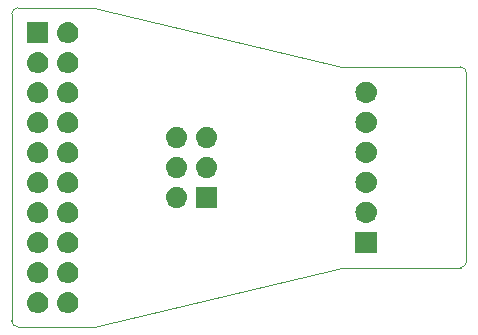
<source format=gbs>
G04 #@! TF.GenerationSoftware,KiCad,Pcbnew,5.1.0*
G04 #@! TF.CreationDate,2019-05-06T16:15:21+02:00*
G04 #@! TF.ProjectId,JlinkBreakout,4a6c696e-6b42-4726-9561-6b6f75742e6b,rev?*
G04 #@! TF.SameCoordinates,Original*
G04 #@! TF.FileFunction,Soldermask,Bot*
G04 #@! TF.FilePolarity,Negative*
%FSLAX46Y46*%
G04 Gerber Fmt 4.6, Leading zero omitted, Abs format (unit mm)*
G04 Created by KiCad (PCBNEW 5.1.0) date 2019-05-06 16:15:21*
%MOMM*%
%LPD*%
G04 APERTURE LIST*
%ADD10C,0.050000*%
%ADD11C,0.100000*%
G04 APERTURE END LIST*
D10*
X58500000Y-60000000D02*
G75*
G02X58000000Y-59500000I0J500000D01*
G01*
X58000000Y-33500000D02*
G75*
G02X58500000Y-33000000I500000J0D01*
G01*
X96000000Y-38000000D02*
G75*
G02X96500000Y-38500000I0J-500000D01*
G01*
X96500000Y-54500000D02*
G75*
G02X96000000Y-55000000I-500000J0D01*
G01*
X86000000Y-38000000D02*
X65000000Y-33000000D01*
X96000000Y-38000000D02*
X86000000Y-38000000D01*
X96500000Y-54500000D02*
X96500000Y-38500000D01*
X86000000Y-55000000D02*
X96000000Y-55000000D01*
X65000000Y-60000000D02*
X86000000Y-55000000D01*
X65000000Y-33000000D02*
X58500000Y-33000000D01*
X58500000Y-60000000D02*
X65000000Y-60000000D01*
X58000000Y-33500000D02*
X58000000Y-59500000D01*
D11*
G36*
X62850442Y-57065518D02*
G01*
X62916627Y-57072037D01*
X63086466Y-57123557D01*
X63242991Y-57207222D01*
X63278729Y-57236552D01*
X63380186Y-57319814D01*
X63463448Y-57421271D01*
X63492778Y-57457009D01*
X63576443Y-57613534D01*
X63627963Y-57783373D01*
X63645359Y-57960000D01*
X63627963Y-58136627D01*
X63576443Y-58306466D01*
X63492778Y-58462991D01*
X63463448Y-58498729D01*
X63380186Y-58600186D01*
X63278729Y-58683448D01*
X63242991Y-58712778D01*
X63086466Y-58796443D01*
X62916627Y-58847963D01*
X62850443Y-58854481D01*
X62784260Y-58861000D01*
X62695740Y-58861000D01*
X62629557Y-58854481D01*
X62563373Y-58847963D01*
X62393534Y-58796443D01*
X62237009Y-58712778D01*
X62201271Y-58683448D01*
X62099814Y-58600186D01*
X62016552Y-58498729D01*
X61987222Y-58462991D01*
X61903557Y-58306466D01*
X61852037Y-58136627D01*
X61834641Y-57960000D01*
X61852037Y-57783373D01*
X61903557Y-57613534D01*
X61987222Y-57457009D01*
X62016552Y-57421271D01*
X62099814Y-57319814D01*
X62201271Y-57236552D01*
X62237009Y-57207222D01*
X62393534Y-57123557D01*
X62563373Y-57072037D01*
X62629558Y-57065518D01*
X62695740Y-57059000D01*
X62784260Y-57059000D01*
X62850442Y-57065518D01*
X62850442Y-57065518D01*
G37*
G36*
X60310442Y-57065518D02*
G01*
X60376627Y-57072037D01*
X60546466Y-57123557D01*
X60702991Y-57207222D01*
X60738729Y-57236552D01*
X60840186Y-57319814D01*
X60923448Y-57421271D01*
X60952778Y-57457009D01*
X61036443Y-57613534D01*
X61087963Y-57783373D01*
X61105359Y-57960000D01*
X61087963Y-58136627D01*
X61036443Y-58306466D01*
X60952778Y-58462991D01*
X60923448Y-58498729D01*
X60840186Y-58600186D01*
X60738729Y-58683448D01*
X60702991Y-58712778D01*
X60546466Y-58796443D01*
X60376627Y-58847963D01*
X60310443Y-58854481D01*
X60244260Y-58861000D01*
X60155740Y-58861000D01*
X60089557Y-58854481D01*
X60023373Y-58847963D01*
X59853534Y-58796443D01*
X59697009Y-58712778D01*
X59661271Y-58683448D01*
X59559814Y-58600186D01*
X59476552Y-58498729D01*
X59447222Y-58462991D01*
X59363557Y-58306466D01*
X59312037Y-58136627D01*
X59294641Y-57960000D01*
X59312037Y-57783373D01*
X59363557Y-57613534D01*
X59447222Y-57457009D01*
X59476552Y-57421271D01*
X59559814Y-57319814D01*
X59661271Y-57236552D01*
X59697009Y-57207222D01*
X59853534Y-57123557D01*
X60023373Y-57072037D01*
X60089558Y-57065518D01*
X60155740Y-57059000D01*
X60244260Y-57059000D01*
X60310442Y-57065518D01*
X60310442Y-57065518D01*
G37*
G36*
X62850443Y-54525519D02*
G01*
X62916627Y-54532037D01*
X63086466Y-54583557D01*
X63242991Y-54667222D01*
X63278729Y-54696552D01*
X63380186Y-54779814D01*
X63463448Y-54881271D01*
X63492778Y-54917009D01*
X63576443Y-55073534D01*
X63627963Y-55243373D01*
X63645359Y-55420000D01*
X63627963Y-55596627D01*
X63576443Y-55766466D01*
X63492778Y-55922991D01*
X63463448Y-55958729D01*
X63380186Y-56060186D01*
X63278729Y-56143448D01*
X63242991Y-56172778D01*
X63086466Y-56256443D01*
X62916627Y-56307963D01*
X62850442Y-56314482D01*
X62784260Y-56321000D01*
X62695740Y-56321000D01*
X62629558Y-56314482D01*
X62563373Y-56307963D01*
X62393534Y-56256443D01*
X62237009Y-56172778D01*
X62201271Y-56143448D01*
X62099814Y-56060186D01*
X62016552Y-55958729D01*
X61987222Y-55922991D01*
X61903557Y-55766466D01*
X61852037Y-55596627D01*
X61834641Y-55420000D01*
X61852037Y-55243373D01*
X61903557Y-55073534D01*
X61987222Y-54917009D01*
X62016552Y-54881271D01*
X62099814Y-54779814D01*
X62201271Y-54696552D01*
X62237009Y-54667222D01*
X62393534Y-54583557D01*
X62563373Y-54532037D01*
X62629557Y-54525519D01*
X62695740Y-54519000D01*
X62784260Y-54519000D01*
X62850443Y-54525519D01*
X62850443Y-54525519D01*
G37*
G36*
X60310443Y-54525519D02*
G01*
X60376627Y-54532037D01*
X60546466Y-54583557D01*
X60702991Y-54667222D01*
X60738729Y-54696552D01*
X60840186Y-54779814D01*
X60923448Y-54881271D01*
X60952778Y-54917009D01*
X61036443Y-55073534D01*
X61087963Y-55243373D01*
X61105359Y-55420000D01*
X61087963Y-55596627D01*
X61036443Y-55766466D01*
X60952778Y-55922991D01*
X60923448Y-55958729D01*
X60840186Y-56060186D01*
X60738729Y-56143448D01*
X60702991Y-56172778D01*
X60546466Y-56256443D01*
X60376627Y-56307963D01*
X60310442Y-56314482D01*
X60244260Y-56321000D01*
X60155740Y-56321000D01*
X60089558Y-56314482D01*
X60023373Y-56307963D01*
X59853534Y-56256443D01*
X59697009Y-56172778D01*
X59661271Y-56143448D01*
X59559814Y-56060186D01*
X59476552Y-55958729D01*
X59447222Y-55922991D01*
X59363557Y-55766466D01*
X59312037Y-55596627D01*
X59294641Y-55420000D01*
X59312037Y-55243373D01*
X59363557Y-55073534D01*
X59447222Y-54917009D01*
X59476552Y-54881271D01*
X59559814Y-54779814D01*
X59661271Y-54696552D01*
X59697009Y-54667222D01*
X59853534Y-54583557D01*
X60023373Y-54532037D01*
X60089557Y-54525519D01*
X60155740Y-54519000D01*
X60244260Y-54519000D01*
X60310443Y-54525519D01*
X60310443Y-54525519D01*
G37*
G36*
X62850443Y-51985519D02*
G01*
X62916627Y-51992037D01*
X63086466Y-52043557D01*
X63242991Y-52127222D01*
X63278729Y-52156552D01*
X63380186Y-52239814D01*
X63463448Y-52341271D01*
X63492778Y-52377009D01*
X63576443Y-52533534D01*
X63627963Y-52703373D01*
X63645359Y-52880000D01*
X63627963Y-53056627D01*
X63576443Y-53226466D01*
X63492778Y-53382991D01*
X63463448Y-53418729D01*
X63380186Y-53520186D01*
X63278729Y-53603448D01*
X63242991Y-53632778D01*
X63086466Y-53716443D01*
X62916627Y-53767963D01*
X62850442Y-53774482D01*
X62784260Y-53781000D01*
X62695740Y-53781000D01*
X62629558Y-53774482D01*
X62563373Y-53767963D01*
X62393534Y-53716443D01*
X62237009Y-53632778D01*
X62201271Y-53603448D01*
X62099814Y-53520186D01*
X62016552Y-53418729D01*
X61987222Y-53382991D01*
X61903557Y-53226466D01*
X61852037Y-53056627D01*
X61834641Y-52880000D01*
X61852037Y-52703373D01*
X61903557Y-52533534D01*
X61987222Y-52377009D01*
X62016552Y-52341271D01*
X62099814Y-52239814D01*
X62201271Y-52156552D01*
X62237009Y-52127222D01*
X62393534Y-52043557D01*
X62563373Y-51992037D01*
X62629557Y-51985519D01*
X62695740Y-51979000D01*
X62784260Y-51979000D01*
X62850443Y-51985519D01*
X62850443Y-51985519D01*
G37*
G36*
X60310443Y-51985519D02*
G01*
X60376627Y-51992037D01*
X60546466Y-52043557D01*
X60702991Y-52127222D01*
X60738729Y-52156552D01*
X60840186Y-52239814D01*
X60923448Y-52341271D01*
X60952778Y-52377009D01*
X61036443Y-52533534D01*
X61087963Y-52703373D01*
X61105359Y-52880000D01*
X61087963Y-53056627D01*
X61036443Y-53226466D01*
X60952778Y-53382991D01*
X60923448Y-53418729D01*
X60840186Y-53520186D01*
X60738729Y-53603448D01*
X60702991Y-53632778D01*
X60546466Y-53716443D01*
X60376627Y-53767963D01*
X60310442Y-53774482D01*
X60244260Y-53781000D01*
X60155740Y-53781000D01*
X60089558Y-53774482D01*
X60023373Y-53767963D01*
X59853534Y-53716443D01*
X59697009Y-53632778D01*
X59661271Y-53603448D01*
X59559814Y-53520186D01*
X59476552Y-53418729D01*
X59447222Y-53382991D01*
X59363557Y-53226466D01*
X59312037Y-53056627D01*
X59294641Y-52880000D01*
X59312037Y-52703373D01*
X59363557Y-52533534D01*
X59447222Y-52377009D01*
X59476552Y-52341271D01*
X59559814Y-52239814D01*
X59661271Y-52156552D01*
X59697009Y-52127222D01*
X59853534Y-52043557D01*
X60023373Y-51992037D01*
X60089557Y-51985519D01*
X60155740Y-51979000D01*
X60244260Y-51979000D01*
X60310443Y-51985519D01*
X60310443Y-51985519D01*
G37*
G36*
X88901000Y-53751000D02*
G01*
X87099000Y-53751000D01*
X87099000Y-51949000D01*
X88901000Y-51949000D01*
X88901000Y-53751000D01*
X88901000Y-53751000D01*
G37*
G36*
X62850442Y-49445518D02*
G01*
X62916627Y-49452037D01*
X63086466Y-49503557D01*
X63242991Y-49587222D01*
X63278729Y-49616552D01*
X63380186Y-49699814D01*
X63463448Y-49801271D01*
X63492778Y-49837009D01*
X63492779Y-49837011D01*
X63560407Y-49963532D01*
X63576443Y-49993534D01*
X63627963Y-50163373D01*
X63645359Y-50340000D01*
X63627963Y-50516627D01*
X63576443Y-50686466D01*
X63492778Y-50842991D01*
X63463448Y-50878729D01*
X63380186Y-50980186D01*
X63279546Y-51062778D01*
X63242991Y-51092778D01*
X63242989Y-51092779D01*
X63142594Y-51146442D01*
X63086466Y-51176443D01*
X62916627Y-51227963D01*
X62850443Y-51234481D01*
X62784260Y-51241000D01*
X62695740Y-51241000D01*
X62629557Y-51234481D01*
X62563373Y-51227963D01*
X62393534Y-51176443D01*
X62337407Y-51146442D01*
X62237011Y-51092779D01*
X62237009Y-51092778D01*
X62200454Y-51062778D01*
X62099814Y-50980186D01*
X62016552Y-50878729D01*
X61987222Y-50842991D01*
X61903557Y-50686466D01*
X61852037Y-50516627D01*
X61834641Y-50340000D01*
X61852037Y-50163373D01*
X61903557Y-49993534D01*
X61919594Y-49963532D01*
X61987221Y-49837011D01*
X61987222Y-49837009D01*
X62016552Y-49801271D01*
X62099814Y-49699814D01*
X62201271Y-49616552D01*
X62237009Y-49587222D01*
X62393534Y-49503557D01*
X62563373Y-49452037D01*
X62629558Y-49445518D01*
X62695740Y-49439000D01*
X62784260Y-49439000D01*
X62850442Y-49445518D01*
X62850442Y-49445518D01*
G37*
G36*
X60310442Y-49445518D02*
G01*
X60376627Y-49452037D01*
X60546466Y-49503557D01*
X60702991Y-49587222D01*
X60738729Y-49616552D01*
X60840186Y-49699814D01*
X60923448Y-49801271D01*
X60952778Y-49837009D01*
X60952779Y-49837011D01*
X61020407Y-49963532D01*
X61036443Y-49993534D01*
X61087963Y-50163373D01*
X61105359Y-50340000D01*
X61087963Y-50516627D01*
X61036443Y-50686466D01*
X60952778Y-50842991D01*
X60923448Y-50878729D01*
X60840186Y-50980186D01*
X60739546Y-51062778D01*
X60702991Y-51092778D01*
X60702989Y-51092779D01*
X60602594Y-51146442D01*
X60546466Y-51176443D01*
X60376627Y-51227963D01*
X60310443Y-51234481D01*
X60244260Y-51241000D01*
X60155740Y-51241000D01*
X60089557Y-51234481D01*
X60023373Y-51227963D01*
X59853534Y-51176443D01*
X59797407Y-51146442D01*
X59697011Y-51092779D01*
X59697009Y-51092778D01*
X59660454Y-51062778D01*
X59559814Y-50980186D01*
X59476552Y-50878729D01*
X59447222Y-50842991D01*
X59363557Y-50686466D01*
X59312037Y-50516627D01*
X59294641Y-50340000D01*
X59312037Y-50163373D01*
X59363557Y-49993534D01*
X59379594Y-49963532D01*
X59447221Y-49837011D01*
X59447222Y-49837009D01*
X59476552Y-49801271D01*
X59559814Y-49699814D01*
X59661271Y-49616552D01*
X59697009Y-49587222D01*
X59853534Y-49503557D01*
X60023373Y-49452037D01*
X60089558Y-49445518D01*
X60155740Y-49439000D01*
X60244260Y-49439000D01*
X60310442Y-49445518D01*
X60310442Y-49445518D01*
G37*
G36*
X88110442Y-49415518D02*
G01*
X88176627Y-49422037D01*
X88346466Y-49473557D01*
X88346468Y-49473558D01*
X88424729Y-49515390D01*
X88502991Y-49557222D01*
X88538729Y-49586552D01*
X88640186Y-49669814D01*
X88723448Y-49771271D01*
X88752778Y-49807009D01*
X88836443Y-49963534D01*
X88887963Y-50133373D01*
X88905359Y-50310000D01*
X88887963Y-50486627D01*
X88836443Y-50656466D01*
X88836442Y-50656468D01*
X88794611Y-50734728D01*
X88752778Y-50812991D01*
X88728159Y-50842989D01*
X88640186Y-50950186D01*
X88538729Y-51033448D01*
X88502991Y-51062778D01*
X88346466Y-51146443D01*
X88176627Y-51197963D01*
X88110443Y-51204481D01*
X88044260Y-51211000D01*
X87955740Y-51211000D01*
X87889558Y-51204482D01*
X87823373Y-51197963D01*
X87653534Y-51146443D01*
X87497009Y-51062778D01*
X87461271Y-51033448D01*
X87359814Y-50950186D01*
X87271841Y-50842989D01*
X87247222Y-50812991D01*
X87205389Y-50734728D01*
X87163558Y-50656468D01*
X87163557Y-50656466D01*
X87112037Y-50486627D01*
X87094641Y-50310000D01*
X87112037Y-50133373D01*
X87163557Y-49963534D01*
X87247222Y-49807009D01*
X87276552Y-49771271D01*
X87359814Y-49669814D01*
X87461271Y-49586552D01*
X87497009Y-49557222D01*
X87575271Y-49515390D01*
X87653532Y-49473558D01*
X87653534Y-49473557D01*
X87823373Y-49422037D01*
X87889558Y-49415518D01*
X87955740Y-49409000D01*
X88044260Y-49409000D01*
X88110442Y-49415518D01*
X88110442Y-49415518D01*
G37*
G36*
X72070442Y-48155518D02*
G01*
X72136627Y-48162037D01*
X72306466Y-48213557D01*
X72462991Y-48297222D01*
X72470020Y-48302991D01*
X72600186Y-48409814D01*
X72683448Y-48511271D01*
X72712778Y-48547009D01*
X72796443Y-48703534D01*
X72847963Y-48873373D01*
X72865359Y-49050000D01*
X72847963Y-49226627D01*
X72796443Y-49396466D01*
X72712778Y-49552991D01*
X72684686Y-49587221D01*
X72600186Y-49690186D01*
X72498729Y-49773448D01*
X72462991Y-49802778D01*
X72306466Y-49886443D01*
X72136627Y-49937963D01*
X72070443Y-49944481D01*
X72004260Y-49951000D01*
X71915740Y-49951000D01*
X71849558Y-49944482D01*
X71783373Y-49937963D01*
X71613534Y-49886443D01*
X71457009Y-49802778D01*
X71421271Y-49773448D01*
X71319814Y-49690186D01*
X71235314Y-49587221D01*
X71207222Y-49552991D01*
X71123557Y-49396466D01*
X71072037Y-49226627D01*
X71054641Y-49050000D01*
X71072037Y-48873373D01*
X71123557Y-48703534D01*
X71207222Y-48547009D01*
X71236552Y-48511271D01*
X71319814Y-48409814D01*
X71449980Y-48302991D01*
X71457009Y-48297222D01*
X71613534Y-48213557D01*
X71783373Y-48162037D01*
X71849558Y-48155518D01*
X71915740Y-48149000D01*
X72004260Y-48149000D01*
X72070442Y-48155518D01*
X72070442Y-48155518D01*
G37*
G36*
X75401000Y-49951000D02*
G01*
X73599000Y-49951000D01*
X73599000Y-48149000D01*
X75401000Y-48149000D01*
X75401000Y-49951000D01*
X75401000Y-49951000D01*
G37*
G36*
X60310443Y-46905519D02*
G01*
X60376627Y-46912037D01*
X60546466Y-46963557D01*
X60702991Y-47047222D01*
X60738729Y-47076552D01*
X60840186Y-47159814D01*
X60923448Y-47261271D01*
X60952778Y-47297009D01*
X60952779Y-47297011D01*
X61020407Y-47423532D01*
X61036443Y-47453534D01*
X61087963Y-47623373D01*
X61105359Y-47800000D01*
X61087963Y-47976627D01*
X61036443Y-48146466D01*
X60952778Y-48302991D01*
X60923448Y-48338729D01*
X60840186Y-48440186D01*
X60739546Y-48522778D01*
X60702991Y-48552778D01*
X60702989Y-48552779D01*
X60602594Y-48606442D01*
X60546466Y-48636443D01*
X60376627Y-48687963D01*
X60310443Y-48694481D01*
X60244260Y-48701000D01*
X60155740Y-48701000D01*
X60089558Y-48694482D01*
X60023373Y-48687963D01*
X59853534Y-48636443D01*
X59797407Y-48606442D01*
X59697011Y-48552779D01*
X59697009Y-48552778D01*
X59660454Y-48522778D01*
X59559814Y-48440186D01*
X59476552Y-48338729D01*
X59447222Y-48302991D01*
X59363557Y-48146466D01*
X59312037Y-47976627D01*
X59294641Y-47800000D01*
X59312037Y-47623373D01*
X59363557Y-47453534D01*
X59379594Y-47423532D01*
X59447221Y-47297011D01*
X59447222Y-47297009D01*
X59476552Y-47261271D01*
X59559814Y-47159814D01*
X59661271Y-47076552D01*
X59697009Y-47047222D01*
X59853534Y-46963557D01*
X60023373Y-46912037D01*
X60089557Y-46905519D01*
X60155740Y-46899000D01*
X60244260Y-46899000D01*
X60310443Y-46905519D01*
X60310443Y-46905519D01*
G37*
G36*
X62850443Y-46905519D02*
G01*
X62916627Y-46912037D01*
X63086466Y-46963557D01*
X63242991Y-47047222D01*
X63278729Y-47076552D01*
X63380186Y-47159814D01*
X63463448Y-47261271D01*
X63492778Y-47297009D01*
X63492779Y-47297011D01*
X63560407Y-47423532D01*
X63576443Y-47453534D01*
X63627963Y-47623373D01*
X63645359Y-47800000D01*
X63627963Y-47976627D01*
X63576443Y-48146466D01*
X63492778Y-48302991D01*
X63463448Y-48338729D01*
X63380186Y-48440186D01*
X63279546Y-48522778D01*
X63242991Y-48552778D01*
X63242989Y-48552779D01*
X63142594Y-48606442D01*
X63086466Y-48636443D01*
X62916627Y-48687963D01*
X62850443Y-48694481D01*
X62784260Y-48701000D01*
X62695740Y-48701000D01*
X62629558Y-48694482D01*
X62563373Y-48687963D01*
X62393534Y-48636443D01*
X62337407Y-48606442D01*
X62237011Y-48552779D01*
X62237009Y-48552778D01*
X62200454Y-48522778D01*
X62099814Y-48440186D01*
X62016552Y-48338729D01*
X61987222Y-48302991D01*
X61903557Y-48146466D01*
X61852037Y-47976627D01*
X61834641Y-47800000D01*
X61852037Y-47623373D01*
X61903557Y-47453534D01*
X61919594Y-47423532D01*
X61987221Y-47297011D01*
X61987222Y-47297009D01*
X62016552Y-47261271D01*
X62099814Y-47159814D01*
X62201271Y-47076552D01*
X62237009Y-47047222D01*
X62393534Y-46963557D01*
X62563373Y-46912037D01*
X62629557Y-46905519D01*
X62695740Y-46899000D01*
X62784260Y-46899000D01*
X62850443Y-46905519D01*
X62850443Y-46905519D01*
G37*
G36*
X88110442Y-46875518D02*
G01*
X88176627Y-46882037D01*
X88346466Y-46933557D01*
X88346468Y-46933558D01*
X88424729Y-46975390D01*
X88502991Y-47017222D01*
X88538729Y-47046552D01*
X88640186Y-47129814D01*
X88723448Y-47231271D01*
X88752778Y-47267009D01*
X88836443Y-47423534D01*
X88887963Y-47593373D01*
X88905359Y-47770000D01*
X88887963Y-47946627D01*
X88836443Y-48116466D01*
X88836442Y-48116468D01*
X88819053Y-48149000D01*
X88752778Y-48272991D01*
X88732893Y-48297221D01*
X88640186Y-48410186D01*
X88538729Y-48493448D01*
X88502991Y-48522778D01*
X88346466Y-48606443D01*
X88176627Y-48657963D01*
X88110443Y-48664481D01*
X88044260Y-48671000D01*
X87955740Y-48671000D01*
X87889558Y-48664482D01*
X87823373Y-48657963D01*
X87653534Y-48606443D01*
X87497009Y-48522778D01*
X87461271Y-48493448D01*
X87359814Y-48410186D01*
X87267107Y-48297221D01*
X87247222Y-48272991D01*
X87180947Y-48149000D01*
X87163558Y-48116468D01*
X87163557Y-48116466D01*
X87112037Y-47946627D01*
X87094641Y-47770000D01*
X87112037Y-47593373D01*
X87163557Y-47423534D01*
X87247222Y-47267009D01*
X87276552Y-47231271D01*
X87359814Y-47129814D01*
X87461271Y-47046552D01*
X87497009Y-47017222D01*
X87575272Y-46975389D01*
X87653532Y-46933558D01*
X87653534Y-46933557D01*
X87823373Y-46882037D01*
X87889558Y-46875518D01*
X87955740Y-46869000D01*
X88044260Y-46869000D01*
X88110442Y-46875518D01*
X88110442Y-46875518D01*
G37*
G36*
X74610442Y-45615518D02*
G01*
X74676627Y-45622037D01*
X74846466Y-45673557D01*
X75002991Y-45757222D01*
X75010020Y-45762991D01*
X75140186Y-45869814D01*
X75223448Y-45971271D01*
X75252778Y-46007009D01*
X75336443Y-46163534D01*
X75387963Y-46333373D01*
X75405359Y-46510000D01*
X75387963Y-46686627D01*
X75336443Y-46856466D01*
X75252778Y-47012991D01*
X75224686Y-47047221D01*
X75140186Y-47150186D01*
X75038729Y-47233448D01*
X75002991Y-47262778D01*
X74846466Y-47346443D01*
X74676627Y-47397963D01*
X74610443Y-47404481D01*
X74544260Y-47411000D01*
X74455740Y-47411000D01*
X74389558Y-47404482D01*
X74323373Y-47397963D01*
X74153534Y-47346443D01*
X73997009Y-47262778D01*
X73961271Y-47233448D01*
X73859814Y-47150186D01*
X73775314Y-47047221D01*
X73747222Y-47012991D01*
X73663557Y-46856466D01*
X73612037Y-46686627D01*
X73594641Y-46510000D01*
X73612037Y-46333373D01*
X73663557Y-46163534D01*
X73747222Y-46007009D01*
X73776552Y-45971271D01*
X73859814Y-45869814D01*
X73989980Y-45762991D01*
X73997009Y-45757222D01*
X74153534Y-45673557D01*
X74323373Y-45622037D01*
X74389558Y-45615518D01*
X74455740Y-45609000D01*
X74544260Y-45609000D01*
X74610442Y-45615518D01*
X74610442Y-45615518D01*
G37*
G36*
X72070442Y-45615518D02*
G01*
X72136627Y-45622037D01*
X72306466Y-45673557D01*
X72462991Y-45757222D01*
X72470020Y-45762991D01*
X72600186Y-45869814D01*
X72683448Y-45971271D01*
X72712778Y-46007009D01*
X72796443Y-46163534D01*
X72847963Y-46333373D01*
X72865359Y-46510000D01*
X72847963Y-46686627D01*
X72796443Y-46856466D01*
X72712778Y-47012991D01*
X72684686Y-47047221D01*
X72600186Y-47150186D01*
X72498729Y-47233448D01*
X72462991Y-47262778D01*
X72306466Y-47346443D01*
X72136627Y-47397963D01*
X72070443Y-47404481D01*
X72004260Y-47411000D01*
X71915740Y-47411000D01*
X71849558Y-47404482D01*
X71783373Y-47397963D01*
X71613534Y-47346443D01*
X71457009Y-47262778D01*
X71421271Y-47233448D01*
X71319814Y-47150186D01*
X71235314Y-47047221D01*
X71207222Y-47012991D01*
X71123557Y-46856466D01*
X71072037Y-46686627D01*
X71054641Y-46510000D01*
X71072037Y-46333373D01*
X71123557Y-46163534D01*
X71207222Y-46007009D01*
X71236552Y-45971271D01*
X71319814Y-45869814D01*
X71449980Y-45762991D01*
X71457009Y-45757222D01*
X71613534Y-45673557D01*
X71783373Y-45622037D01*
X71849558Y-45615518D01*
X71915740Y-45609000D01*
X72004260Y-45609000D01*
X72070442Y-45615518D01*
X72070442Y-45615518D01*
G37*
G36*
X62850442Y-44365518D02*
G01*
X62916627Y-44372037D01*
X63086466Y-44423557D01*
X63242991Y-44507222D01*
X63278729Y-44536552D01*
X63380186Y-44619814D01*
X63463448Y-44721271D01*
X63492778Y-44757009D01*
X63492779Y-44757011D01*
X63560407Y-44883532D01*
X63576443Y-44913534D01*
X63627963Y-45083373D01*
X63645359Y-45260000D01*
X63627963Y-45436627D01*
X63576443Y-45606466D01*
X63492778Y-45762991D01*
X63463448Y-45798729D01*
X63380186Y-45900186D01*
X63279546Y-45982778D01*
X63242991Y-46012778D01*
X63242989Y-46012779D01*
X63142594Y-46066442D01*
X63086466Y-46096443D01*
X62916627Y-46147963D01*
X62850443Y-46154481D01*
X62784260Y-46161000D01*
X62695740Y-46161000D01*
X62629557Y-46154481D01*
X62563373Y-46147963D01*
X62393534Y-46096443D01*
X62337407Y-46066442D01*
X62237011Y-46012779D01*
X62237009Y-46012778D01*
X62200454Y-45982778D01*
X62099814Y-45900186D01*
X62016552Y-45798729D01*
X61987222Y-45762991D01*
X61903557Y-45606466D01*
X61852037Y-45436627D01*
X61834641Y-45260000D01*
X61852037Y-45083373D01*
X61903557Y-44913534D01*
X61919594Y-44883532D01*
X61987221Y-44757011D01*
X61987222Y-44757009D01*
X62016552Y-44721271D01*
X62099814Y-44619814D01*
X62201271Y-44536552D01*
X62237009Y-44507222D01*
X62393534Y-44423557D01*
X62563373Y-44372037D01*
X62629558Y-44365518D01*
X62695740Y-44359000D01*
X62784260Y-44359000D01*
X62850442Y-44365518D01*
X62850442Y-44365518D01*
G37*
G36*
X60310442Y-44365518D02*
G01*
X60376627Y-44372037D01*
X60546466Y-44423557D01*
X60702991Y-44507222D01*
X60738729Y-44536552D01*
X60840186Y-44619814D01*
X60923448Y-44721271D01*
X60952778Y-44757009D01*
X60952779Y-44757011D01*
X61020407Y-44883532D01*
X61036443Y-44913534D01*
X61087963Y-45083373D01*
X61105359Y-45260000D01*
X61087963Y-45436627D01*
X61036443Y-45606466D01*
X60952778Y-45762991D01*
X60923448Y-45798729D01*
X60840186Y-45900186D01*
X60739546Y-45982778D01*
X60702991Y-46012778D01*
X60702989Y-46012779D01*
X60602594Y-46066442D01*
X60546466Y-46096443D01*
X60376627Y-46147963D01*
X60310443Y-46154481D01*
X60244260Y-46161000D01*
X60155740Y-46161000D01*
X60089557Y-46154481D01*
X60023373Y-46147963D01*
X59853534Y-46096443D01*
X59797407Y-46066442D01*
X59697011Y-46012779D01*
X59697009Y-46012778D01*
X59660454Y-45982778D01*
X59559814Y-45900186D01*
X59476552Y-45798729D01*
X59447222Y-45762991D01*
X59363557Y-45606466D01*
X59312037Y-45436627D01*
X59294641Y-45260000D01*
X59312037Y-45083373D01*
X59363557Y-44913534D01*
X59379594Y-44883532D01*
X59447221Y-44757011D01*
X59447222Y-44757009D01*
X59476552Y-44721271D01*
X59559814Y-44619814D01*
X59661271Y-44536552D01*
X59697009Y-44507222D01*
X59853534Y-44423557D01*
X60023373Y-44372037D01*
X60089558Y-44365518D01*
X60155740Y-44359000D01*
X60244260Y-44359000D01*
X60310442Y-44365518D01*
X60310442Y-44365518D01*
G37*
G36*
X88110442Y-44335518D02*
G01*
X88176627Y-44342037D01*
X88346466Y-44393557D01*
X88346468Y-44393558D01*
X88424729Y-44435390D01*
X88502991Y-44477222D01*
X88538729Y-44506552D01*
X88640186Y-44589814D01*
X88723448Y-44691271D01*
X88752778Y-44727009D01*
X88836443Y-44883534D01*
X88887963Y-45053373D01*
X88905359Y-45230000D01*
X88887963Y-45406627D01*
X88836443Y-45576466D01*
X88836442Y-45576468D01*
X88819053Y-45609000D01*
X88752778Y-45732991D01*
X88732893Y-45757221D01*
X88640186Y-45870186D01*
X88538729Y-45953448D01*
X88502991Y-45982778D01*
X88346466Y-46066443D01*
X88176627Y-46117963D01*
X88110442Y-46124482D01*
X88044260Y-46131000D01*
X87955740Y-46131000D01*
X87889558Y-46124482D01*
X87823373Y-46117963D01*
X87653534Y-46066443D01*
X87497009Y-45982778D01*
X87461271Y-45953448D01*
X87359814Y-45870186D01*
X87267107Y-45757221D01*
X87247222Y-45732991D01*
X87180947Y-45609000D01*
X87163558Y-45576468D01*
X87163557Y-45576466D01*
X87112037Y-45406627D01*
X87094641Y-45230000D01*
X87112037Y-45053373D01*
X87163557Y-44883534D01*
X87247222Y-44727009D01*
X87276552Y-44691271D01*
X87359814Y-44589814D01*
X87461271Y-44506552D01*
X87497009Y-44477222D01*
X87575272Y-44435389D01*
X87653532Y-44393558D01*
X87653534Y-44393557D01*
X87823373Y-44342037D01*
X87889558Y-44335518D01*
X87955740Y-44329000D01*
X88044260Y-44329000D01*
X88110442Y-44335518D01*
X88110442Y-44335518D01*
G37*
G36*
X72070442Y-43075518D02*
G01*
X72136627Y-43082037D01*
X72306466Y-43133557D01*
X72462991Y-43217222D01*
X72470020Y-43222991D01*
X72600186Y-43329814D01*
X72683448Y-43431271D01*
X72712778Y-43467009D01*
X72796443Y-43623534D01*
X72847963Y-43793373D01*
X72865359Y-43970000D01*
X72847963Y-44146627D01*
X72796443Y-44316466D01*
X72712778Y-44472991D01*
X72684686Y-44507221D01*
X72600186Y-44610186D01*
X72498729Y-44693448D01*
X72462991Y-44722778D01*
X72306466Y-44806443D01*
X72136627Y-44857963D01*
X72070443Y-44864481D01*
X72004260Y-44871000D01*
X71915740Y-44871000D01*
X71849557Y-44864481D01*
X71783373Y-44857963D01*
X71613534Y-44806443D01*
X71457009Y-44722778D01*
X71421271Y-44693448D01*
X71319814Y-44610186D01*
X71235314Y-44507221D01*
X71207222Y-44472991D01*
X71123557Y-44316466D01*
X71072037Y-44146627D01*
X71054641Y-43970000D01*
X71072037Y-43793373D01*
X71123557Y-43623534D01*
X71207222Y-43467009D01*
X71236552Y-43431271D01*
X71319814Y-43329814D01*
X71449980Y-43222991D01*
X71457009Y-43217222D01*
X71613534Y-43133557D01*
X71783373Y-43082037D01*
X71849558Y-43075518D01*
X71915740Y-43069000D01*
X72004260Y-43069000D01*
X72070442Y-43075518D01*
X72070442Y-43075518D01*
G37*
G36*
X74610442Y-43075518D02*
G01*
X74676627Y-43082037D01*
X74846466Y-43133557D01*
X75002991Y-43217222D01*
X75010020Y-43222991D01*
X75140186Y-43329814D01*
X75223448Y-43431271D01*
X75252778Y-43467009D01*
X75336443Y-43623534D01*
X75387963Y-43793373D01*
X75405359Y-43970000D01*
X75387963Y-44146627D01*
X75336443Y-44316466D01*
X75252778Y-44472991D01*
X75224686Y-44507221D01*
X75140186Y-44610186D01*
X75038729Y-44693448D01*
X75002991Y-44722778D01*
X74846466Y-44806443D01*
X74676627Y-44857963D01*
X74610443Y-44864481D01*
X74544260Y-44871000D01*
X74455740Y-44871000D01*
X74389557Y-44864481D01*
X74323373Y-44857963D01*
X74153534Y-44806443D01*
X73997009Y-44722778D01*
X73961271Y-44693448D01*
X73859814Y-44610186D01*
X73775314Y-44507221D01*
X73747222Y-44472991D01*
X73663557Y-44316466D01*
X73612037Y-44146627D01*
X73594641Y-43970000D01*
X73612037Y-43793373D01*
X73663557Y-43623534D01*
X73747222Y-43467009D01*
X73776552Y-43431271D01*
X73859814Y-43329814D01*
X73989980Y-43222991D01*
X73997009Y-43217222D01*
X74153534Y-43133557D01*
X74323373Y-43082037D01*
X74389558Y-43075518D01*
X74455740Y-43069000D01*
X74544260Y-43069000D01*
X74610442Y-43075518D01*
X74610442Y-43075518D01*
G37*
G36*
X62850443Y-41825519D02*
G01*
X62916627Y-41832037D01*
X63086466Y-41883557D01*
X63242991Y-41967222D01*
X63278729Y-41996552D01*
X63380186Y-42079814D01*
X63463448Y-42181271D01*
X63492778Y-42217009D01*
X63492779Y-42217011D01*
X63560407Y-42343532D01*
X63576443Y-42373534D01*
X63627963Y-42543373D01*
X63645359Y-42720000D01*
X63627963Y-42896627D01*
X63576443Y-43066466D01*
X63492778Y-43222991D01*
X63463448Y-43258729D01*
X63380186Y-43360186D01*
X63279546Y-43442778D01*
X63242991Y-43472778D01*
X63242989Y-43472779D01*
X63142594Y-43526442D01*
X63086466Y-43556443D01*
X62916627Y-43607963D01*
X62850443Y-43614481D01*
X62784260Y-43621000D01*
X62695740Y-43621000D01*
X62629557Y-43614481D01*
X62563373Y-43607963D01*
X62393534Y-43556443D01*
X62337407Y-43526442D01*
X62237011Y-43472779D01*
X62237009Y-43472778D01*
X62200454Y-43442778D01*
X62099814Y-43360186D01*
X62016552Y-43258729D01*
X61987222Y-43222991D01*
X61903557Y-43066466D01*
X61852037Y-42896627D01*
X61834641Y-42720000D01*
X61852037Y-42543373D01*
X61903557Y-42373534D01*
X61919594Y-42343532D01*
X61987221Y-42217011D01*
X61987222Y-42217009D01*
X62016552Y-42181271D01*
X62099814Y-42079814D01*
X62201271Y-41996552D01*
X62237009Y-41967222D01*
X62393534Y-41883557D01*
X62563373Y-41832037D01*
X62629557Y-41825519D01*
X62695740Y-41819000D01*
X62784260Y-41819000D01*
X62850443Y-41825519D01*
X62850443Y-41825519D01*
G37*
G36*
X60310443Y-41825519D02*
G01*
X60376627Y-41832037D01*
X60546466Y-41883557D01*
X60702991Y-41967222D01*
X60738729Y-41996552D01*
X60840186Y-42079814D01*
X60923448Y-42181271D01*
X60952778Y-42217009D01*
X60952779Y-42217011D01*
X61020407Y-42343532D01*
X61036443Y-42373534D01*
X61087963Y-42543373D01*
X61105359Y-42720000D01*
X61087963Y-42896627D01*
X61036443Y-43066466D01*
X60952778Y-43222991D01*
X60923448Y-43258729D01*
X60840186Y-43360186D01*
X60739546Y-43442778D01*
X60702991Y-43472778D01*
X60702989Y-43472779D01*
X60602594Y-43526442D01*
X60546466Y-43556443D01*
X60376627Y-43607963D01*
X60310443Y-43614481D01*
X60244260Y-43621000D01*
X60155740Y-43621000D01*
X60089557Y-43614481D01*
X60023373Y-43607963D01*
X59853534Y-43556443D01*
X59797407Y-43526442D01*
X59697011Y-43472779D01*
X59697009Y-43472778D01*
X59660454Y-43442778D01*
X59559814Y-43360186D01*
X59476552Y-43258729D01*
X59447222Y-43222991D01*
X59363557Y-43066466D01*
X59312037Y-42896627D01*
X59294641Y-42720000D01*
X59312037Y-42543373D01*
X59363557Y-42373534D01*
X59379594Y-42343532D01*
X59447221Y-42217011D01*
X59447222Y-42217009D01*
X59476552Y-42181271D01*
X59559814Y-42079814D01*
X59661271Y-41996552D01*
X59697009Y-41967222D01*
X59853534Y-41883557D01*
X60023373Y-41832037D01*
X60089557Y-41825519D01*
X60155740Y-41819000D01*
X60244260Y-41819000D01*
X60310443Y-41825519D01*
X60310443Y-41825519D01*
G37*
G36*
X88110442Y-41795518D02*
G01*
X88176627Y-41802037D01*
X88346466Y-41853557D01*
X88346468Y-41853558D01*
X88424729Y-41895390D01*
X88502991Y-41937222D01*
X88538729Y-41966552D01*
X88640186Y-42049814D01*
X88723448Y-42151271D01*
X88752778Y-42187009D01*
X88836443Y-42343534D01*
X88887963Y-42513373D01*
X88905359Y-42690000D01*
X88887963Y-42866627D01*
X88836443Y-43036466D01*
X88836442Y-43036468D01*
X88819053Y-43069000D01*
X88752778Y-43192991D01*
X88732893Y-43217221D01*
X88640186Y-43330186D01*
X88538729Y-43413448D01*
X88502991Y-43442778D01*
X88346466Y-43526443D01*
X88176627Y-43577963D01*
X88110443Y-43584481D01*
X88044260Y-43591000D01*
X87955740Y-43591000D01*
X87889557Y-43584481D01*
X87823373Y-43577963D01*
X87653534Y-43526443D01*
X87497009Y-43442778D01*
X87461271Y-43413448D01*
X87359814Y-43330186D01*
X87267107Y-43217221D01*
X87247222Y-43192991D01*
X87180947Y-43069000D01*
X87163558Y-43036468D01*
X87163557Y-43036466D01*
X87112037Y-42866627D01*
X87094641Y-42690000D01*
X87112037Y-42513373D01*
X87163557Y-42343534D01*
X87247222Y-42187009D01*
X87276552Y-42151271D01*
X87359814Y-42049814D01*
X87461271Y-41966552D01*
X87497009Y-41937222D01*
X87575271Y-41895390D01*
X87653532Y-41853558D01*
X87653534Y-41853557D01*
X87823373Y-41802037D01*
X87889558Y-41795518D01*
X87955740Y-41789000D01*
X88044260Y-41789000D01*
X88110442Y-41795518D01*
X88110442Y-41795518D01*
G37*
G36*
X62850442Y-39285518D02*
G01*
X62916627Y-39292037D01*
X63086466Y-39343557D01*
X63242991Y-39427222D01*
X63278729Y-39456552D01*
X63380186Y-39539814D01*
X63463448Y-39641271D01*
X63492778Y-39677009D01*
X63492779Y-39677011D01*
X63560407Y-39803532D01*
X63576443Y-39833534D01*
X63627963Y-40003373D01*
X63645359Y-40180000D01*
X63627963Y-40356627D01*
X63576443Y-40526466D01*
X63492778Y-40682991D01*
X63463448Y-40718729D01*
X63380186Y-40820186D01*
X63279546Y-40902778D01*
X63242991Y-40932778D01*
X63242989Y-40932779D01*
X63142594Y-40986442D01*
X63086466Y-41016443D01*
X62916627Y-41067963D01*
X62850442Y-41074482D01*
X62784260Y-41081000D01*
X62695740Y-41081000D01*
X62629558Y-41074482D01*
X62563373Y-41067963D01*
X62393534Y-41016443D01*
X62337407Y-40986442D01*
X62237011Y-40932779D01*
X62237009Y-40932778D01*
X62200454Y-40902778D01*
X62099814Y-40820186D01*
X62016552Y-40718729D01*
X61987222Y-40682991D01*
X61903557Y-40526466D01*
X61852037Y-40356627D01*
X61834641Y-40180000D01*
X61852037Y-40003373D01*
X61903557Y-39833534D01*
X61919594Y-39803532D01*
X61987221Y-39677011D01*
X61987222Y-39677009D01*
X62016552Y-39641271D01*
X62099814Y-39539814D01*
X62201271Y-39456552D01*
X62237009Y-39427222D01*
X62393534Y-39343557D01*
X62563373Y-39292037D01*
X62629558Y-39285518D01*
X62695740Y-39279000D01*
X62784260Y-39279000D01*
X62850442Y-39285518D01*
X62850442Y-39285518D01*
G37*
G36*
X60310442Y-39285518D02*
G01*
X60376627Y-39292037D01*
X60546466Y-39343557D01*
X60702991Y-39427222D01*
X60738729Y-39456552D01*
X60840186Y-39539814D01*
X60923448Y-39641271D01*
X60952778Y-39677009D01*
X60952779Y-39677011D01*
X61020407Y-39803532D01*
X61036443Y-39833534D01*
X61087963Y-40003373D01*
X61105359Y-40180000D01*
X61087963Y-40356627D01*
X61036443Y-40526466D01*
X60952778Y-40682991D01*
X60923448Y-40718729D01*
X60840186Y-40820186D01*
X60739546Y-40902778D01*
X60702991Y-40932778D01*
X60702989Y-40932779D01*
X60602594Y-40986442D01*
X60546466Y-41016443D01*
X60376627Y-41067963D01*
X60310442Y-41074482D01*
X60244260Y-41081000D01*
X60155740Y-41081000D01*
X60089558Y-41074482D01*
X60023373Y-41067963D01*
X59853534Y-41016443D01*
X59797407Y-40986442D01*
X59697011Y-40932779D01*
X59697009Y-40932778D01*
X59660454Y-40902778D01*
X59559814Y-40820186D01*
X59476552Y-40718729D01*
X59447222Y-40682991D01*
X59363557Y-40526466D01*
X59312037Y-40356627D01*
X59294641Y-40180000D01*
X59312037Y-40003373D01*
X59363557Y-39833534D01*
X59379594Y-39803532D01*
X59447221Y-39677011D01*
X59447222Y-39677009D01*
X59476552Y-39641271D01*
X59559814Y-39539814D01*
X59661271Y-39456552D01*
X59697009Y-39427222D01*
X59853534Y-39343557D01*
X60023373Y-39292037D01*
X60089558Y-39285518D01*
X60155740Y-39279000D01*
X60244260Y-39279000D01*
X60310442Y-39285518D01*
X60310442Y-39285518D01*
G37*
G36*
X88110443Y-39255519D02*
G01*
X88176627Y-39262037D01*
X88346466Y-39313557D01*
X88346468Y-39313558D01*
X88424729Y-39355390D01*
X88502991Y-39397222D01*
X88538729Y-39426552D01*
X88640186Y-39509814D01*
X88723448Y-39611271D01*
X88752778Y-39647009D01*
X88836443Y-39803534D01*
X88887963Y-39973373D01*
X88905359Y-40150000D01*
X88887963Y-40326627D01*
X88836443Y-40496466D01*
X88836442Y-40496468D01*
X88794611Y-40574728D01*
X88752778Y-40652991D01*
X88728159Y-40682989D01*
X88640186Y-40790186D01*
X88538729Y-40873448D01*
X88502991Y-40902778D01*
X88346466Y-40986443D01*
X88176627Y-41037963D01*
X88110442Y-41044482D01*
X88044260Y-41051000D01*
X87955740Y-41051000D01*
X87889558Y-41044482D01*
X87823373Y-41037963D01*
X87653534Y-40986443D01*
X87497009Y-40902778D01*
X87461271Y-40873448D01*
X87359814Y-40790186D01*
X87271841Y-40682989D01*
X87247222Y-40652991D01*
X87205389Y-40574728D01*
X87163558Y-40496468D01*
X87163557Y-40496466D01*
X87112037Y-40326627D01*
X87094641Y-40150000D01*
X87112037Y-39973373D01*
X87163557Y-39803534D01*
X87247222Y-39647009D01*
X87276552Y-39611271D01*
X87359814Y-39509814D01*
X87461271Y-39426552D01*
X87497009Y-39397222D01*
X87575272Y-39355389D01*
X87653532Y-39313558D01*
X87653534Y-39313557D01*
X87823373Y-39262037D01*
X87889557Y-39255519D01*
X87955740Y-39249000D01*
X88044260Y-39249000D01*
X88110443Y-39255519D01*
X88110443Y-39255519D01*
G37*
G36*
X60310442Y-36745518D02*
G01*
X60376627Y-36752037D01*
X60546466Y-36803557D01*
X60702991Y-36887222D01*
X60738729Y-36916552D01*
X60840186Y-36999814D01*
X60923448Y-37101271D01*
X60952778Y-37137009D01*
X61036443Y-37293534D01*
X61087963Y-37463373D01*
X61105359Y-37640000D01*
X61087963Y-37816627D01*
X61036443Y-37986466D01*
X60952778Y-38142991D01*
X60923448Y-38178729D01*
X60840186Y-38280186D01*
X60738729Y-38363448D01*
X60702991Y-38392778D01*
X60546466Y-38476443D01*
X60376627Y-38527963D01*
X60310442Y-38534482D01*
X60244260Y-38541000D01*
X60155740Y-38541000D01*
X60089558Y-38534482D01*
X60023373Y-38527963D01*
X59853534Y-38476443D01*
X59697009Y-38392778D01*
X59661271Y-38363448D01*
X59559814Y-38280186D01*
X59476552Y-38178729D01*
X59447222Y-38142991D01*
X59363557Y-37986466D01*
X59312037Y-37816627D01*
X59294641Y-37640000D01*
X59312037Y-37463373D01*
X59363557Y-37293534D01*
X59447222Y-37137009D01*
X59476552Y-37101271D01*
X59559814Y-36999814D01*
X59661271Y-36916552D01*
X59697009Y-36887222D01*
X59853534Y-36803557D01*
X60023373Y-36752037D01*
X60089558Y-36745518D01*
X60155740Y-36739000D01*
X60244260Y-36739000D01*
X60310442Y-36745518D01*
X60310442Y-36745518D01*
G37*
G36*
X62850442Y-36745518D02*
G01*
X62916627Y-36752037D01*
X63086466Y-36803557D01*
X63242991Y-36887222D01*
X63278729Y-36916552D01*
X63380186Y-36999814D01*
X63463448Y-37101271D01*
X63492778Y-37137009D01*
X63576443Y-37293534D01*
X63627963Y-37463373D01*
X63645359Y-37640000D01*
X63627963Y-37816627D01*
X63576443Y-37986466D01*
X63492778Y-38142991D01*
X63463448Y-38178729D01*
X63380186Y-38280186D01*
X63278729Y-38363448D01*
X63242991Y-38392778D01*
X63086466Y-38476443D01*
X62916627Y-38527963D01*
X62850442Y-38534482D01*
X62784260Y-38541000D01*
X62695740Y-38541000D01*
X62629558Y-38534482D01*
X62563373Y-38527963D01*
X62393534Y-38476443D01*
X62237009Y-38392778D01*
X62201271Y-38363448D01*
X62099814Y-38280186D01*
X62016552Y-38178729D01*
X61987222Y-38142991D01*
X61903557Y-37986466D01*
X61852037Y-37816627D01*
X61834641Y-37640000D01*
X61852037Y-37463373D01*
X61903557Y-37293534D01*
X61987222Y-37137009D01*
X62016552Y-37101271D01*
X62099814Y-36999814D01*
X62201271Y-36916552D01*
X62237009Y-36887222D01*
X62393534Y-36803557D01*
X62563373Y-36752037D01*
X62629558Y-36745518D01*
X62695740Y-36739000D01*
X62784260Y-36739000D01*
X62850442Y-36745518D01*
X62850442Y-36745518D01*
G37*
G36*
X61101000Y-36001000D02*
G01*
X59299000Y-36001000D01*
X59299000Y-34199000D01*
X61101000Y-34199000D01*
X61101000Y-36001000D01*
X61101000Y-36001000D01*
G37*
G36*
X62850442Y-34205518D02*
G01*
X62916627Y-34212037D01*
X63086466Y-34263557D01*
X63242991Y-34347222D01*
X63278729Y-34376552D01*
X63380186Y-34459814D01*
X63463448Y-34561271D01*
X63492778Y-34597009D01*
X63576443Y-34753534D01*
X63627963Y-34923373D01*
X63645359Y-35100000D01*
X63627963Y-35276627D01*
X63576443Y-35446466D01*
X63492778Y-35602991D01*
X63463448Y-35638729D01*
X63380186Y-35740186D01*
X63278729Y-35823448D01*
X63242991Y-35852778D01*
X63086466Y-35936443D01*
X62916627Y-35987963D01*
X62850442Y-35994482D01*
X62784260Y-36001000D01*
X62695740Y-36001000D01*
X62629558Y-35994482D01*
X62563373Y-35987963D01*
X62393534Y-35936443D01*
X62237009Y-35852778D01*
X62201271Y-35823448D01*
X62099814Y-35740186D01*
X62016552Y-35638729D01*
X61987222Y-35602991D01*
X61903557Y-35446466D01*
X61852037Y-35276627D01*
X61834641Y-35100000D01*
X61852037Y-34923373D01*
X61903557Y-34753534D01*
X61987222Y-34597009D01*
X62016552Y-34561271D01*
X62099814Y-34459814D01*
X62201271Y-34376552D01*
X62237009Y-34347222D01*
X62393534Y-34263557D01*
X62563373Y-34212037D01*
X62629558Y-34205518D01*
X62695740Y-34199000D01*
X62784260Y-34199000D01*
X62850442Y-34205518D01*
X62850442Y-34205518D01*
G37*
M02*

</source>
